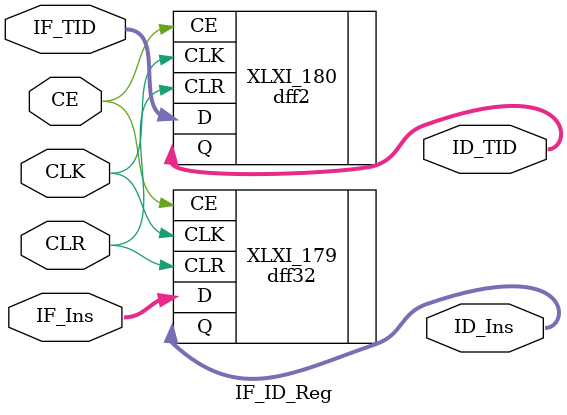
<source format=v>
`timescale 1ns / 1ps

module IF_ID_Reg(CE, 
                 CLK, 
                 CLR, 
                 IF_Ins, 
                 IF_TID, 
                 ID_Ins, 
                 ID_TID);

    input CE;
    input CLK;
    input CLR;
    input [31:0] IF_Ins;
    input [1:0] IF_TID;
   output [31:0] ID_Ins;
   output [1:0] ID_TID;
   
   
   dff32 XLXI_179 (.CE(CE), 
                   .CLK(CLK), 
                   .CLR(CLR), 
                   .D(IF_Ins[31:0]), 
                   .Q(ID_Ins[31:0]));
   dff2 XLXI_180 (.CE(CE), 
                  .CLK(CLK), 
                  .CLR(CLR), 
                  .D(IF_TID[1:0]), 
                  .Q(ID_TID[1:0]));
endmodule

</source>
